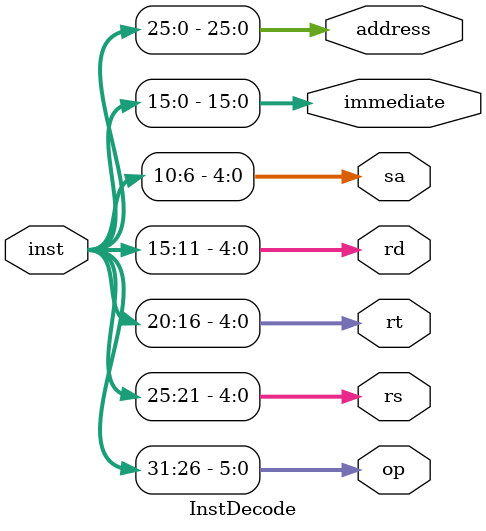
<source format=v>
`timescale 1ns / 1ps

module InstDecode(
    input [31:0] inst,
    output reg [5:0] op,
    output reg [4:0] rs,
    output reg [4:0] rt,
    output reg [4:0] rd,
    output reg [4:0] sa,
    output reg [15:0] immediate,
    output reg [25:0] address
    );
    
    always @(inst) begin   
        op = inst[31:26];
        rs = inst[25:21];
        rt = inst[20:16];
        rd = inst[15:11];
        sa = inst[10:6];
        immediate = inst[15:0];
        address = inst[25:0];
    end
endmodule
</source>
